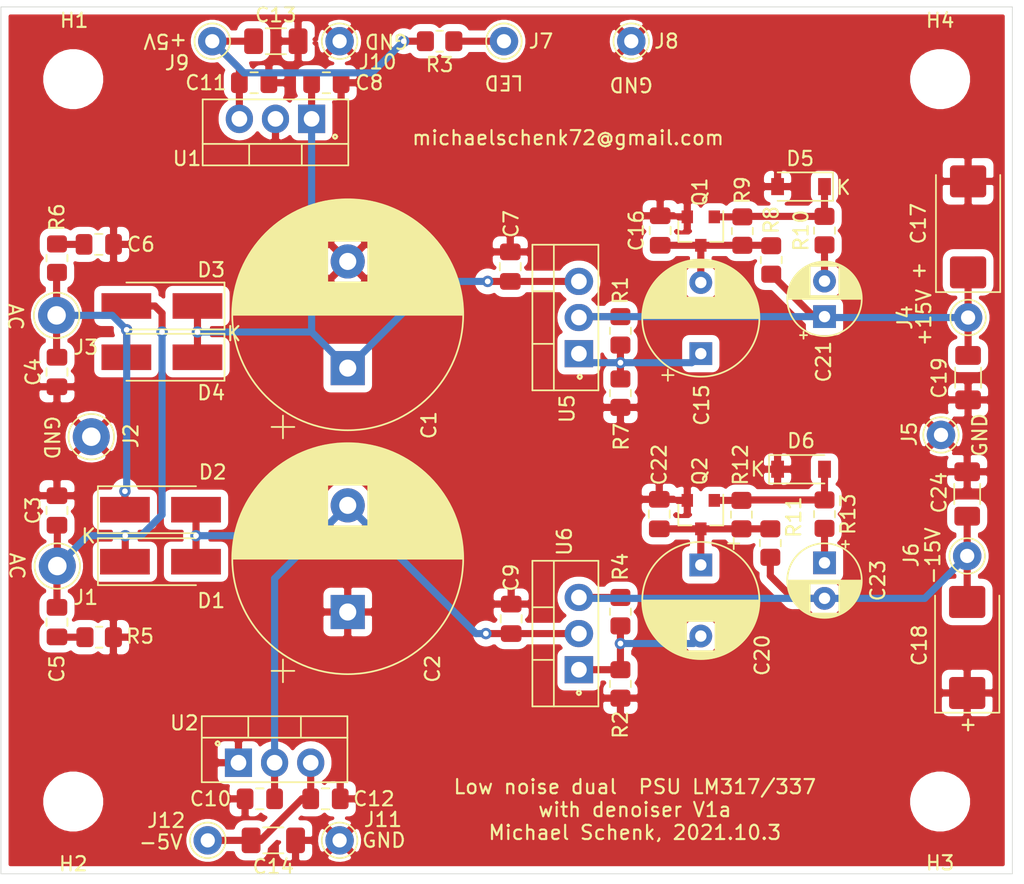
<source format=kicad_pcb>
(kicad_pcb (version 20171130) (host pcbnew "(5.1.10-0-10_14)")
  (layers (0 F.Cu signal) (31 B.Cu signal) (34 B.Paste user) (35 F.Paste user) (36 B.SilkS user) (37 F.SilkS user) (38 B.Mask user) (39 F.Mask user) (44 Edge.Cuts user))
  (net 0 "")
  (net 1 GND)
  (net 2 "Net-(C1-Pad1)")
  (net 3 "Net-(C4-Pad2)")
  (net 4 "Net-(C10-Pad2)")
  (net 5 "Net-(C11-Pad1)")
  (net 6 "Net-(C12-Pad2)")
  (net 7 "Net-(J7-Pad1)")
  (net 8 "Net-(C17-Pad1)")
  (net 9 "Net-(C18-Pad2)")
  (net 10 "Net-(C3-Pad1)")
  (net 11 "Net-(C5-Pad2)")
  (net 12 "Net-(C6-Pad2)")
  (net 13 "Net-(C20-Pad2)")
  (net 14 "Net-(C15-Pad2)")
  (net 15 "Net-(C15-Pad1)")
  (net 16 "Net-(C20-Pad1)")
  (net 17 "Net-(C21-Pad2)")
  (net 18 "Net-(C23-Pad1)")
  (net 19 "Net-(D5-Pad1)")
  (net 20 "Net-(D6-Pad2)")
  (module Connector_Pin:Pin_D1.0mm_L10.0mm (layer F.Cu) (at 148.0185 49.784)
    (fp_text reference J4 (at -4.445 0 90) (layer F.SilkS))
    (fp_text value +15V)
    (pad 1 thru_hole circle (at 0 0) (size 2 2) (drill 1) (layers *.Cu *.Mask) (net 8 "Net-(C17-Pad1)"))
  )
  (module Capacitor_THT:CP_Radial_D5.0mm_P2.50mm (layer F.Cu) (at 137.922 67.0325 270)
    (fp_text reference C23 (at 1.25 -3.75 90) (layer F.SilkS))
    (fp_text value 22uF)
    (pad 2 thru_hole circle (at 2.5 0 270) (size 1.6 1.6) (drill 0.8) (layers *.Cu *.Mask) (net 9 "Net-(C18-Pad2)"))
    (pad 1 thru_hole rect (at 0 0 270) (size 1.6 1.6) (drill 0.8) (layers *.Cu *.Mask) (net 18 "Net-(C23-Pad1)"))
  )
  (module Capacitor_THT:CP_Radial_D5.0mm_P2.50mm (layer F.Cu) (at 137.922 49.7205 90)
    (fp_text reference C21 (at -3.175 -0.0635 90) (layer F.SilkS))
    (fp_text value 22uF)
    (pad 2 thru_hole circle (at 2.5 0 90) (size 1.6 1.6) (drill 0.8) (layers *.Cu *.Mask) (net 17 "Net-(C21-Pad2)"))
    (pad 1 thru_hole rect (at 0 0 90) (size 1.6 1.6) (drill 0.8) (layers *.Cu *.Mask) (net 8 "Net-(C17-Pad1)"))
  )
  (module Resistor_SMD:R_0805_2012Metric_Pad1.20x1.40mm_HandSolder (layer F.Cu) (at 137.922 63.611 270)
    (fp_text reference R13 (at 0 -1.65 90) (layer F.SilkS))
    (fp_text value 47R)
    (pad 2 smd roundrect (at 1 0 270) (size 1.2 1.4) (layers F.Cu F.Paste F.Mask) (roundrect_rratio 0.208333) (net 18 "Net-(C23-Pad1)"))
    (pad 1 smd roundrect (at -1 0 270) (size 1.2 1.4) (layers F.Cu F.Paste F.Mask) (roundrect_rratio 0.208333) (net 20 "Net-(D6-Pad2)"))
  )
  (module Resistor_SMD:R_0805_2012Metric_Pad1.20x1.40mm_HandSolder (layer F.Cu) (at 132.08 63.643 270)
    (fp_text reference R12 (at -3.5085 0.0635 90) (layer F.SilkS))
    (fp_text value 180k)
    (pad 2 smd roundrect (at 1 0 270) (size 1.2 1.4) (layers F.Cu F.Paste F.Mask) (roundrect_rratio 0.208333) (net 16 "Net-(C20-Pad1)"))
    (pad 1 smd roundrect (at -1 0 270) (size 1.2 1.4) (layers F.Cu F.Paste F.Mask) (roundrect_rratio 0.208333) (net 20 "Net-(D6-Pad2)"))
  )
  (module Resistor_SMD:R_0805_2012Metric_Pad1.20x1.40mm_HandSolder (layer F.Cu) (at 134.112 65.643 270)
    (fp_text reference R11 (at -1.8255 -1.651 90) (layer F.SilkS))
    (fp_text value 1.8k)
    (pad 2 smd roundrect (at 1 0 270) (size 1.2 1.4) (layers F.Cu F.Paste F.Mask) (roundrect_rratio 0.208333) (net 9 "Net-(C18-Pad2)"))
    (pad 1 smd roundrect (at -1 0 270) (size 1.2 1.4) (layers F.Cu F.Paste F.Mask) (roundrect_rratio 0.208333) (net 16 "Net-(C20-Pad1)"))
  )
  (module Resistor_SMD:R_0805_2012Metric_Pad1.20x1.40mm_HandSolder (layer F.Cu) (at 137.922 43.672 90)
    (fp_text reference R10 (at 0 -1.65 90) (layer F.SilkS))
    (fp_text value 47R)
    (pad 2 smd roundrect (at 1 0 90) (size 1.2 1.4) (layers F.Cu F.Paste F.Mask) (roundrect_rratio 0.208333) (net 19 "Net-(D5-Pad1)"))
    (pad 1 smd roundrect (at -1 0 90) (size 1.2 1.4) (layers F.Cu F.Paste F.Mask) (roundrect_rratio 0.208333) (net 17 "Net-(C21-Pad2)"))
  )
  (module Resistor_SMD:R_0805_2012Metric_Pad1.20x1.40mm_HandSolder (layer F.Cu) (at 132.1435 43.704 90)
    (fp_text reference R9 (at 2.8735 0 90) (layer F.SilkS))
    (fp_text value 180k)
    (pad 2 smd roundrect (at 1 0 90) (size 1.2 1.4) (layers F.Cu F.Paste F.Mask) (roundrect_rratio 0.208333) (net 19 "Net-(D5-Pad1)"))
    (pad 1 smd roundrect (at -1 0 90) (size 1.2 1.4) (layers F.Cu F.Paste F.Mask) (roundrect_rratio 0.208333) (net 14 "Net-(C15-Pad2)"))
  )
  (module Resistor_SMD:R_0805_2012Metric_Pad1.20x1.40mm_HandSolder (layer F.Cu) (at 134.1755 45.736 90)
    (fp_text reference R8 (at 2.81 0 90) (layer F.SilkS))
    (fp_text value 1.8k)
    (pad 2 smd roundrect (at 1 0 90) (size 1.2 1.4) (layers F.Cu F.Paste F.Mask) (roundrect_rratio 0.208333) (net 14 "Net-(C15-Pad2)"))
    (pad 1 smd roundrect (at -1 0 90) (size 1.2 1.4) (layers F.Cu F.Paste F.Mask) (roundrect_rratio 0.208333) (net 8 "Net-(C17-Pad1)"))
  )
  (module Package_TO_SOT_SMD:SOT-23 (layer F.Cu) (at 129.2225 63.643 270)
    (fp_text reference Q2 (at -3.064 0.0635 90) (layer F.SilkS))
    (fp_text value BC807-40)
    (pad 3 smd rect (at 1 0 270) (size 0.9 0.8) (layers F.Cu F.Paste F.Mask) (net 16 "Net-(C20-Pad1)"))
    (pad 2 smd rect (at -1 0.95 270) (size 0.9 0.8) (layers F.Cu F.Paste F.Mask) (net 1 GND))
    (pad 1 smd rect (at -1 -0.95 270) (size 0.9 0.8) (layers F.Cu F.Paste F.Mask) (net 20 "Net-(D6-Pad2)"))
  )
  (module Package_TO_SOT_SMD:SOT-23 (layer F.Cu) (at 129.2225 43.704 270)
    (fp_text reference Q1 (at -2.7465 0.0635 90) (layer F.SilkS))
    (fp_text value BC817-40)
    (pad 3 smd rect (at 1 0 270) (size 0.9 0.8) (layers F.Cu F.Paste F.Mask) (net 14 "Net-(C15-Pad2)"))
    (pad 2 smd rect (at -1 0.95 270) (size 0.9 0.8) (layers F.Cu F.Paste F.Mask) (net 1 GND))
    (pad 1 smd rect (at -1 -0.95 270) (size 0.9 0.8) (layers F.Cu F.Paste F.Mask) (net 19 "Net-(D5-Pad1)"))
  )
  (module Diode_SMD:D_SOD-123 (layer F.Cu) (at 136.272 60.452)
    (fp_text reference D6 (at 0 -2) (layer F.SilkS))
    (fp_text value 1N4148W)
    (pad 2 smd rect (at 1.65 0) (size 0.9 1.2) (layers F.Cu F.Paste F.Mask) (net 20 "Net-(D6-Pad2)"))
    (pad 1 smd rect (at -1.65 0) (size 0.9 1.2) (layers F.Cu F.Paste F.Mask) (net 1 GND))
  )
  (module Diode_SMD:D_SOD-123 (layer F.Cu) (at 136.272 40.5765 180)
    (fp_text reference D5 (at 0.0645 1.9685) (layer F.SilkS))
    (fp_text value 1N4148W)
    (pad 2 smd rect (at 1.65 0 180) (size 0.9 1.2) (layers F.Cu F.Paste F.Mask) (net 1 GND))
    (pad 1 smd rect (at -1.65 0 180) (size 0.9 1.2) (layers F.Cu F.Paste F.Mask) (net 19 "Net-(D5-Pad1)"))
  )
  (module Capacitor_SMD:C_1206_3216Metric_Pad1.33x1.80mm_HandSolder (layer F.Cu) (at 147.955 62.1915 270)
    (fp_text reference C24 (at -0.0885 1.9685 90) (layer F.SilkS))
    (fp_text value 4.7uF/50V)
    (pad 2 smd roundrect (at 1.5625 0 270) (size 1.325 1.8) (layers F.Cu F.Paste F.Mask) (roundrect_rratio 0.188679) (net 9 "Net-(C18-Pad2)"))
    (pad 1 smd roundrect (at -1.5625 0 270) (size 1.325 1.8) (layers F.Cu F.Paste F.Mask) (roundrect_rratio 0.188679) (net 1 GND))
  )
  (module Capacitor_SMD:C_0805_2012Metric_Pad1.18x1.45mm_HandSolder (layer F.Cu) (at 126.3015 63.6055 270)
    (fp_text reference C22 (at -3.471 0 90) (layer F.SilkS))
    (fp_text value 10nF)
    (pad 2 smd roundrect (at 1.0375 0 270) (size 1.175 1.45) (layers F.Cu F.Paste F.Mask) (roundrect_rratio 0.212766) (net 16 "Net-(C20-Pad1)"))
    (pad 1 smd roundrect (at -1.0375 0 270) (size 1.175 1.45) (layers F.Cu F.Paste F.Mask) (roundrect_rratio 0.212766) (net 1 GND))
  )
  (module Capacitor_THT:CP_Radial_D8.0mm_P5.00mm (layer F.Cu) (at 129.2225 67.183 270)
    (fp_text reference C20 (at 6.35 -4.318 90) (layer F.SilkS))
    (fp_text value 220uF)
    (pad 2 thru_hole circle (at 5 0 270) (size 1.6 1.6) (drill 0.8) (layers *.Cu *.Mask) (net 13 "Net-(C20-Pad2)"))
    (pad 1 thru_hole rect (at 0 0 270) (size 1.6 1.6) (drill 0.8) (layers *.Cu *.Mask) (net 16 "Net-(C20-Pad1)"))
  )
  (module Capacitor_SMD:C_0805_2012Metric_Pad1.18x1.45mm_HandSolder (layer F.Cu) (at 126.365 43.6665 90)
    (fp_text reference C16 (at 0 -1.68 90) (layer F.SilkS))
    (fp_text value 10nF)
    (pad 2 smd roundrect (at 1.0375 0 90) (size 1.175 1.45) (layers F.Cu F.Paste F.Mask) (roundrect_rratio 0.212766) (net 1 GND))
    (pad 1 smd roundrect (at -1.0375 0 90) (size 1.175 1.45) (layers F.Cu F.Paste F.Mask) (roundrect_rratio 0.212766) (net 14 "Net-(C15-Pad2)"))
  )
  (module Capacitor_THT:CP_Radial_D8.0mm_P5.00mm (layer F.Cu) (at 129.2225 52.324 90)
    (fp_text reference C15 (at -3.6195 0.0635 90) (layer F.SilkS))
    (fp_text value 220uF)
    (pad 2 thru_hole circle (at 5 0 90) (size 1.6 1.6) (drill 0.8) (layers *.Cu *.Mask) (net 14 "Net-(C15-Pad2)"))
    (pad 1 thru_hole rect (at 0 0 90) (size 1.6 1.6) (drill 0.8) (layers *.Cu *.Mask) (net 15 "Net-(C15-Pad1)"))
  )
  (module Connector_Pin:Pin_D1.0mm_L10.0mm (layer F.Cu) (at 94.5515 86.5505)
    (fp_text reference J12 (at -2.921 -1.397) (layer F.SilkS))
    (fp_text value -5V)
    (pad 1 thru_hole circle (at 0 0) (size 2 2) (drill 1) (layers *.Cu *.Mask) (net 6 "Net-(C12-Pad2)"))
  )
  (module Connector_Pin:Pin_D1.0mm_L10.0mm (layer F.Cu) (at 103.8225 86.5505)
    (fp_text reference J11 (at 3.048 -1.4605) (layer F.SilkS))
    (fp_text value GND)
    (pad 1 thru_hole circle (at 0 0) (size 2 2) (drill 1) (layers *.Cu *.Mask) (net 1 GND))
  )
  (module Connector_Pin:Pin_D1.0mm_L10.0mm (layer F.Cu) (at 103.8225 30.353)
    (fp_text reference J10 (at 2.667 1.4605) (layer F.SilkS))
    (fp_text value GND)
    (pad 1 thru_hole circle (at 0 0) (size 2 2) (drill 1) (layers *.Cu *.Mask) (net 1 GND))
  )
  (module Connector_Pin:Pin_D1.0mm_L10.0mm (layer F.Cu) (at 94.869 30.353)
    (fp_text reference J9 (at -2.4765 1.524) (layer F.SilkS))
    (fp_text value +5V)
    (pad 1 thru_hole circle (at 0 0) (size 2 2) (drill 1) (layers *.Cu *.Mask) (net 5 "Net-(C11-Pad1)"))
  )
  (module Connector_Pin:Pin_D1.0mm_L10.0mm (layer F.Cu) (at 124.333 30.353)
    (fp_text reference J8 (at 2.4765 0) (layer F.SilkS))
    (fp_text value GND)
    (pad 1 thru_hole circle (at 0 0) (size 2 2) (drill 1) (layers *.Cu *.Mask) (net 1 GND))
  )
  (module Connector_Pin:Pin_D1.0mm_L10.0mm (layer F.Cu) (at 115.3795 30.353)
    (fp_text reference J7 (at 2.6035 0 180) (layer F.SilkS))
    (fp_text value LED)
    (pad 1 thru_hole circle (at 0 0) (size 2 2) (drill 1) (layers *.Cu *.Mask) (net 7 "Net-(J7-Pad1)"))
  )
  (module Connector_Pin:Pin_D1.0mm_L10.0mm (layer F.Cu) (at 147.955 66.548)
    (fp_text reference J6 (at -3.937 -0.0635 90) (layer F.SilkS))
    (fp_text value -15V)
    (pad 1 thru_hole circle (at 0 0) (size 2 2) (drill 1) (layers *.Cu *.Mask) (net 9 "Net-(C18-Pad2)"))
  )
  (module Connector_Pin:Pin_D1.0mm_L10.0mm (layer F.Cu) (at 146.1135 58.039)
    (fp_text reference J5 (at -2.2225 -0.0635 90) (layer F.SilkS))
    (fp_text value GND)
    (pad 1 thru_hole circle (at 0 0) (size 2 2) (drill 1) (layers *.Cu *.Mask) (net 1 GND))
  )
  (module Resistor_SMD:R_0805_2012Metric_Pad1.20x1.40mm_HandSolder (layer F.Cu) (at 123.571 70.469 90)
    (fp_text reference R4 (at 3.159 0 90) (layer F.SilkS))
    (fp_text value 270R)
    (pad 2 smd roundrect (at 1 0 90) (size 1.2 1.4) (layers F.Cu F.Paste F.Mask) (roundrect_rratio 0.2083325) (net 9 "Net-(C18-Pad2)"))
    (pad 1 smd roundrect (at -1 0 90) (size 1.2 1.4) (layers F.Cu F.Paste F.Mask) (roundrect_rratio 0.2083325) (net 13 "Net-(C20-Pad2)"))
  )
  (module Resistor_SMD:R_0805_2012Metric_Pad1.20x1.40mm_HandSolder (layer F.Cu) (at 123.571 75.549 90)
    (fp_text reference R2 (at -2.8735 0 90) (layer F.SilkS))
    (fp_text value 3k3)
    (pad 2 smd roundrect (at 1 0 90) (size 1.2 1.4) (layers F.Cu F.Paste F.Mask) (roundrect_rratio 0.2083325) (net 13 "Net-(C20-Pad2)"))
    (pad 1 smd roundrect (at -1 0 90) (size 1.2 1.4) (layers F.Cu F.Paste F.Mask) (roundrect_rratio 0.2083325) (net 1 GND))
  )
  (module Package_TO_SOT_THT:TO-220-3_Vertical (layer F.Cu) (at 120.65 74.549 90)
    (fp_text reference U6 (at 9.017 -1.016 90) (layer F.SilkS))
    (fp_text value LM337_TO220)
    (pad 3 thru_hole oval (at 5.08 0 90) (size 1.905 2) (drill 1.1) (layers *.Cu *.Mask) (net 9 "Net-(C18-Pad2)"))
    (pad 2 thru_hole oval (at 2.54 0 90) (size 1.905 2) (drill 1.1) (layers *.Cu *.Mask) (net 4 "Net-(C10-Pad2)"))
    (pad 1 thru_hole rect (at 0 0 90) (size 1.905 2) (drill 1.1) (layers *.Cu *.Mask) (net 13 "Net-(C20-Pad2)"))
  )
  (module Package_TO_SOT_THT:TO-220-3_Vertical (layer F.Cu) (at 120.65 52.324 90)
    (fp_text reference U5 (at -3.8735 -0.8255 90) (layer F.SilkS))
    (fp_text value LM317_TO-220)
    (pad 3 thru_hole oval (at 5.08 0 90) (size 1.905 2) (drill 1.1) (layers *.Cu *.Mask) (net 2 "Net-(C1-Pad1)"))
    (pad 2 thru_hole oval (at 2.54 0 90) (size 1.905 2) (drill 1.1) (layers *.Cu *.Mask) (net 8 "Net-(C17-Pad1)"))
    (pad 1 thru_hole rect (at 0 0 90) (size 1.905 2) (drill 1.1) (layers *.Cu *.Mask) (net 15 "Net-(C15-Pad1)"))
  )
  (module Resistor_SMD:R_0805_2012Metric_Pad1.20x1.40mm_HandSolder (layer F.Cu) (at 123.571 55.102 270)
    (fp_text reference R7 (at 3.064 -0.0635 90) (layer F.SilkS))
    (fp_text value 2k7)
    (pad 2 smd roundrect (at 1 0 270) (size 1.2 1.4) (layers F.Cu F.Paste F.Mask) (roundrect_rratio 0.2083325) (net 1 GND))
    (pad 1 smd roundrect (at -1 0 270) (size 1.2 1.4) (layers F.Cu F.Paste F.Mask) (roundrect_rratio 0.2083325) (net 15 "Net-(C15-Pad1)"))
  )
  (module Resistor_SMD:R_0805_2012Metric_Pad1.20x1.40mm_HandSolder (layer F.Cu) (at 123.571 50.7205 270)
    (fp_text reference R1 (at -2.8415 0 90) (layer F.SilkS))
    (fp_text value 240R)
    (pad 2 smd roundrect (at 1 0 270) (size 1.2 1.4) (layers F.Cu F.Paste F.Mask) (roundrect_rratio 0.2083325) (net 15 "Net-(C15-Pad1)"))
    (pad 1 smd roundrect (at -1 0 270) (size 1.2 1.4) (layers F.Cu F.Paste F.Mask) (roundrect_rratio 0.2083325) (net 8 "Net-(C17-Pad1)"))
  )
  (module Capacitor_SMD:C_1206_3216Metric_Pad1.33x1.80mm_HandSolder (layer F.Cu) (at 99.162 86.5505 180)
    (fp_text reference C14 (at 0 -1.85) (layer F.SilkS))
    (fp_text value 10uF/25V)
    (pad 2 smd roundrect (at 1.5625 0 180) (size 1.325 1.8) (layers F.Cu F.Paste F.Mask) (roundrect_rratio 0.1886777358490566) (net 6 "Net-(C12-Pad2)"))
    (pad 1 smd roundrect (at -1.5625 0 180) (size 1.325 1.8) (layers F.Cu F.Paste F.Mask) (roundrect_rratio 0.1886777358490566) (net 1 GND))
  )
  (module Capacitor_SMD:C_1206_3216Metric_Pad1.33x1.80mm_HandSolder (layer F.Cu) (at 99.339 30.353)
    (fp_text reference C13 (at 0 -1.85) (layer F.SilkS))
    (fp_text value 10uF/25V)
    (pad 2 smd roundrect (at 1.5625 0) (size 1.325 1.8) (layers F.Cu F.Paste F.Mask) (roundrect_rratio 0.1886777358490566) (net 1 GND))
    (pad 1 smd roundrect (at -1.5625 0) (size 1.325 1.8) (layers F.Cu F.Paste F.Mask) (roundrect_rratio 0.1886777358490566) (net 5 "Net-(C11-Pad1)"))
  )
  (module Capacitor_SMD:C_0805_2012Metric_Pad1.18x1.45mm_HandSolder (layer F.Cu) (at 97.8115 33.274)
    (fp_text reference C11 (at -3.387 0) (layer F.SilkS))
    (fp_text value 100nF)
    (pad 2 smd roundrect (at 1.0375 0) (size 1.175 1.45) (layers F.Cu F.Paste F.Mask) (roundrect_rratio 0.2127659574468085) (net 1 GND))
    (pad 1 smd roundrect (at -1.0375 0) (size 1.175 1.45) (layers F.Cu F.Paste F.Mask) (roundrect_rratio 0.2127659574468085) (net 5 "Net-(C11-Pad1)"))
  )
  (module Resistor_SMD:R_0805_2012Metric_Pad1.20x1.40mm_HandSolder (layer F.Cu) (at 83.947 45.609 270)
    (fp_text reference R6 (at -2.8735 0 90) (layer F.SilkS))
    (fp_text value Rs/1/8W)
    (pad 2 smd roundrect (at 1 0 270) (size 1.2 1.4) (layers F.Cu F.Paste F.Mask) (roundrect_rratio 0.2083325) (net 3 "Net-(C4-Pad2)"))
    (pad 1 smd roundrect (at -1 0 270) (size 1.2 1.4) (layers F.Cu F.Paste F.Mask) (roundrect_rratio 0.2083325) (net 12 "Net-(C6-Pad2)"))
  )
  (module Resistor_SMD:R_0805_2012Metric_Pad1.20x1.40mm_HandSolder (layer F.Cu) (at 86.9155 72.263)
    (fp_text reference R5 (at 2.8735 -0.0635) (layer F.SilkS))
    (fp_text value Rs/1/8W)
    (pad 2 smd roundrect (at 1 0) (size 1.2 1.4) (layers F.Cu F.Paste F.Mask) (roundrect_rratio 0.2083325) (net 1 GND))
    (pad 1 smd roundrect (at -1 0) (size 1.2 1.4) (layers F.Cu F.Paste F.Mask) (roundrect_rratio 0.2083325) (net 11 "Net-(C5-Pad2)"))
  )
  (module Capacitor_SMD:C_1206_3216Metric_Pad1.33x1.80mm_HandSolder (layer F.Cu) (at 148.0185 54.0135 270)
    (fp_text reference C19 (at 0.025 2.032 90) (layer F.SilkS))
    (fp_text value 4.7uF/50V)
    (pad 2 smd roundrect (at 1.5625 0 270) (size 1.325 1.8) (layers F.Cu F.Paste F.Mask) (roundrect_rratio 0.1886777358490566) (net 1 GND))
    (pad 1 smd roundrect (at -1.5625 0 270) (size 1.325 1.8) (layers F.Cu F.Paste F.Mask) (roundrect_rratio 0.1886777358490566) (net 8 "Net-(C17-Pad1)"))
  )
  (module Capacitor_SMD:C_0805_2012Metric_Pad1.18x1.45mm_HandSolder (layer F.Cu) (at 115.8875 70.9715 270)
    (fp_text reference C9 (at -2.8995 0 90) (layer F.SilkS))
    (fp_text value 330nF)
    (pad 2 smd roundrect (at 1.0375 0 270) (size 1.175 1.45) (layers F.Cu F.Paste F.Mask) (roundrect_rratio 0.2127659574468085) (net 4 "Net-(C10-Pad2)"))
    (pad 1 smd roundrect (at -1.0375 0 270) (size 1.175 1.45) (layers F.Cu F.Paste F.Mask) (roundrect_rratio 0.2127659574468085) (net 1 GND))
  )
  (module Capacitor_SMD:C_0805_2012Metric_Pad1.18x1.45mm_HandSolder (layer F.Cu) (at 115.824 46.2065 90)
    (fp_text reference C7 (at 3.006 0.0635 90) (layer F.SilkS))
    (fp_text value 330nF)
    (pad 2 smd roundrect (at 1.0375 0 90) (size 1.175 1.45) (layers F.Cu F.Paste F.Mask) (roundrect_rratio 0.2127659574468085) (net 1 GND))
    (pad 1 smd roundrect (at -1.0375 0 90) (size 1.175 1.45) (layers F.Cu F.Paste F.Mask) (roundrect_rratio 0.2127659574468085) (net 2 "Net-(C1-Pad1)"))
  )
  (module Capacitor_SMD:C_0805_2012Metric_Pad1.18x1.45mm_HandSolder (layer F.Cu) (at 86.8895 44.6405 180)
    (fp_text reference C6 (at -2.963 0) (layer F.SilkS))
    (fp_text value Cs/50V)
    (pad 2 smd roundrect (at 1.0375 0 180) (size 1.175 1.45) (layers F.Cu F.Paste F.Mask) (roundrect_rratio 0.2127659574468085) (net 12 "Net-(C6-Pad2)"))
    (pad 1 smd roundrect (at -1.0375 0 180) (size 1.175 1.45) (layers F.Cu F.Paste F.Mask) (roundrect_rratio 0.2127659574468085) (net 1 GND))
  )
  (module Capacitor_SMD:C_0805_2012Metric_Pad1.18x1.45mm_HandSolder (layer F.Cu) (at 83.947 71.205 270)
    (fp_text reference C5 (at 3.2805 0 90) (layer F.SilkS))
    (fp_text value Cs/50V)
    (pad 2 smd roundrect (at 1.0375 0 270) (size 1.175 1.45) (layers F.Cu F.Paste F.Mask) (roundrect_rratio 0.2127659574468085) (net 11 "Net-(C5-Pad2)"))
    (pad 1 smd roundrect (at -1.0375 0 270) (size 1.175 1.45) (layers F.Cu F.Paste F.Mask) (roundrect_rratio 0.2127659574468085) (net 10 "Net-(C3-Pad1)"))
  )
  (module Capacitor_SMD:C_0805_2012Metric_Pad1.18x1.45mm_HandSolder (layer F.Cu) (at 83.947 53.6155 90)
    (fp_text reference C4 (at 0 -1.68 90) (layer F.SilkS))
    (fp_text value Cx/10nF/50V)
    (pad 2 smd roundrect (at 1.0375 0 90) (size 1.175 1.45) (layers F.Cu F.Paste F.Mask) (roundrect_rratio 0.2127659574468085) (net 3 "Net-(C4-Pad2)"))
    (pad 1 smd roundrect (at -1.0375 0 90) (size 1.175 1.45) (layers F.Cu F.Paste F.Mask) (roundrect_rratio 0.2127659574468085) (net 1 GND))
  )
  (module Capacitor_SMD:C_0805_2012Metric_Pad1.18x1.45mm_HandSolder (layer F.Cu) (at 83.947 63.3515 90)
    (fp_text reference C3 (at 0 -1.68 90) (layer F.SilkS))
    (fp_text value Cx/10nF/50V)
    (pad 2 smd roundrect (at 1.0375 0 90) (size 1.175 1.45) (layers F.Cu F.Paste F.Mask) (roundrect_rratio 0.2127659574468085) (net 1 GND))
    (pad 1 smd roundrect (at -1.0375 0 90) (size 1.175 1.45) (layers F.Cu F.Paste F.Mask) (roundrect_rratio 0.2127659574468085) (net 10 "Net-(C3-Pad1)"))
  )
  (module Capacitor_Tantalum_SMD:CP_EIA-7343-31_Kemet-D_Pad2.25x2.55mm_HandSolder (layer F.Cu) (at 147.955 72.9865 90)
    (fp_text reference C18 (at 0.152 -3.3655 90) (layer F.SilkS))
    (fp_text value 33uF)
    (pad 2 smd roundrect (at 3.2 0 90) (size 2.25 2.55) (layers F.Cu F.Paste F.Mask) (roundrect_rratio 0.1111106666666667) (net 9 "Net-(C18-Pad2)"))
    (pad 1 smd roundrect (at -3.2 0 90) (size 2.25 2.55) (layers F.Cu F.Paste F.Mask) (roundrect_rratio 0.1111106666666667) (net 1 GND))
  )
  (module Capacitor_Tantalum_SMD:CP_EIA-7343-31_Kemet-D_Pad2.25x2.55mm_HandSolder (layer F.Cu) (at 148.0185 43.409 90)
    (fp_text reference C17 (at 0.229 -3.4925 90) (layer F.SilkS))
    (fp_text value 33uF)
    (pad 2 smd roundrect (at 3.2 0 90) (size 2.25 2.55) (layers F.Cu F.Paste F.Mask) (roundrect_rratio 0.1111106666666667) (net 1 GND))
    (pad 1 smd roundrect (at -3.2 0 90) (size 2.25 2.55) (layers F.Cu F.Paste F.Mask) (roundrect_rratio 0.1111106666666667) (net 8 "Net-(C17-Pad1)"))
  )
  (module Package_TO_SOT_THT:TO-220-3_Vertical (layer F.Cu) (at 96.7105 81.0895)
    (fp_text reference U2 (at -3.81 -2.794) (layer F.SilkS))
    (fp_text value LM7905_TO220)
    (pad 3 thru_hole oval (at 5.08 0) (size 1.905 2) (drill 1.1) (layers *.Cu *.Mask) (net 6 "Net-(C12-Pad2)"))
    (pad 2 thru_hole oval (at 2.54 0) (size 1.905 2) (drill 1.1) (layers *.Cu *.Mask) (net 4 "Net-(C10-Pad2)"))
    (pad 1 thru_hole rect (at 0 0) (size 1.905 2) (drill 1.1) (layers *.Cu *.Mask) (net 1 GND))
  )
  (module Package_TO_SOT_THT:TO-220-3_Vertical (layer F.Cu) (at 101.854 35.814 180)
    (fp_text reference U1 (at 8.763 -2.794) (layer F.SilkS))
    (fp_text value LM7805_TO220)
    (pad 3 thru_hole oval (at 5.08 0 180) (size 1.905 2) (drill 1.1) (layers *.Cu *.Mask) (net 5 "Net-(C11-Pad1)"))
    (pad 2 thru_hole oval (at 2.54 0 180) (size 1.905 2) (drill 1.1) (layers *.Cu *.Mask) (net 1 GND))
    (pad 1 thru_hole rect (at 0 0 180) (size 1.905 2) (drill 1.1) (layers *.Cu *.Mask) (net 2 "Net-(C1-Pad1)"))
  )
  (module Diode_SMD:D_SMA_Handsoldering (layer F.Cu) (at 91.3276 52.578 180)
    (fp_text reference D4 (at -3.4652 -2.5) (layer F.SilkS))
    (fp_text value BYG20D)
    (pad 2 smd rect (at 2.5 0 180) (size 3.5 1.8) (layers F.Cu F.Paste F.Mask) (net 3 "Net-(C4-Pad2)"))
    (pad 1 smd rect (at -2.5 0 180) (size 3.5 1.8) (layers F.Cu F.Paste F.Mask) (net 2 "Net-(C1-Pad1)"))
  )
  (module Diode_SMD:D_SMA_Handsoldering (layer F.Cu) (at 91.3276 48.9712 180)
    (fp_text reference D3 (at -3.4652 2.54) (layer F.SilkS))
    (fp_text value BYG20D)
    (pad 2 smd rect (at 2.5 0 180) (size 3.5 1.8) (layers F.Cu F.Paste F.Mask) (net 10 "Net-(C3-Pad1)"))
    (pad 1 smd rect (at -2.5 0 180) (size 3.5 1.8) (layers F.Cu F.Paste F.Mask) (net 2 "Net-(C1-Pad1)"))
  )
  (module Diode_SMD:D_SMA_Handsoldering (layer F.Cu) (at 91.226 63.2968)
    (fp_text reference D2 (at 3.6684 -2.6416) (layer F.SilkS))
    (fp_text value BYG20D)
    (pad 2 smd rect (at 2.5 0) (size 3.5 1.8) (layers F.Cu F.Paste F.Mask) (net 4 "Net-(C10-Pad2)"))
    (pad 1 smd rect (at -2.5 0) (size 3.5 1.8) (layers F.Cu F.Paste F.Mask) (net 3 "Net-(C4-Pad2)"))
  )
  (module Diode_SMD:D_SMA_Handsoldering (layer F.Cu) (at 91.226 66.9544)
    (fp_text reference D1 (at 3.5668 2.7432) (layer F.SilkS))
    (fp_text value BYG20D)
    (pad 2 smd rect (at 2.5 0) (size 3.5 1.8) (layers F.Cu F.Paste F.Mask) (net 4 "Net-(C10-Pad2)"))
    (pad 1 smd rect (at -2.5 0) (size 3.5 1.8) (layers F.Cu F.Paste F.Mask) (net 10 "Net-(C3-Pad1)"))
  )
  (module Capacitor_THT:CP_Radial_D16.0mm_P7.50mm (layer F.Cu) (at 104.394 70.492 90)
    (fp_text reference C2 (at -3.9935 5.969 90) (layer F.SilkS))
    (fp_text value 2200uF)
    (pad 2 thru_hole circle (at 7.5 0 90) (size 2.4 2.4) (drill 1.2) (layers *.Cu *.Mask) (net 4 "Net-(C10-Pad2)"))
    (pad 1 thru_hole rect (at 0 0 90) (size 2.4 2.4) (drill 1.2) (layers *.Cu *.Mask) (net 1 GND))
  )
  (module Capacitor_THT:CP_Radial_D16.0mm_P7.50mm (layer F.Cu) (at 104.394 53.34 90)
    (fp_text reference C1 (at -4.0132 5.715 90) (layer F.SilkS))
    (fp_text value 2200uF)
    (pad 2 thru_hole circle (at 7.5 0 90) (size 2.4 2.4) (drill 1.2) (layers *.Cu *.Mask) (net 1 GND))
    (pad 1 thru_hole rect (at 0 0 90) (size 2.4 2.4) (drill 1.2) (layers *.Cu *.Mask) (net 2 "Net-(C1-Pad1)"))
  )
  (module Resistor_SMD:R_0805_2012Metric_Pad1.20x1.40mm_HandSolder (layer F.Cu) (at 110.855 30.353 180)
    (fp_text reference R3 (at 0 -1.65) (layer F.SilkS))
    (fp_text value 240R)
    (pad 2 smd roundrect (at 1 0 180) (size 1.2 1.4) (layers F.Cu F.Paste F.Mask) (roundrect_rratio 0.2083325) (net 5 "Net-(C11-Pad1)"))
    (pad 1 smd roundrect (at -1 0 180) (size 1.2 1.4) (layers F.Cu F.Paste F.Mask) (roundrect_rratio 0.2083325) (net 7 "Net-(J7-Pad1)"))
  )
  (module Capacitor_SMD:C_0805_2012Metric_Pad1.18x1.45mm_HandSolder (layer F.Cu) (at 102.828 83.6295 180)
    (fp_text reference C12 (at -3.4075 0) (layer F.SilkS))
    (fp_text value 100nF)
    (pad 2 smd roundrect (at 1.0375 0 180) (size 1.175 1.45) (layers F.Cu F.Paste F.Mask) (roundrect_rratio 0.2127659574468085) (net 6 "Net-(C12-Pad2)"))
    (pad 1 smd roundrect (at -1.0375 0 180) (size 1.175 1.45) (layers F.Cu F.Paste F.Mask) (roundrect_rratio 0.2127659574468085) (net 1 GND))
  )
  (module Capacitor_SMD:C_0805_2012Metric_Pad1.18x1.45mm_HandSolder (layer F.Cu) (at 98.213 83.6295)
    (fp_text reference C10 (at -3.471 0) (layer F.SilkS))
    (fp_text value 330nF)
    (pad 2 smd roundrect (at 1.0375 0) (size 1.175 1.45) (layers F.Cu F.Paste F.Mask) (roundrect_rratio 0.2127659574468085) (net 4 "Net-(C10-Pad2)"))
    (pad 1 smd roundrect (at -1.0375 0) (size 1.175 1.45) (layers F.Cu F.Paste F.Mask) (roundrect_rratio 0.2127659574468085) (net 1 GND))
  )
  (module Capacitor_SMD:C_0805_2012Metric_Pad1.18x1.45mm_HandSolder (layer F.Cu) (at 102.8915 33.274)
    (fp_text reference C8 (at 3.0265 0) (layer F.SilkS))
    (fp_text value 330nF)
    (pad 2 smd roundrect (at 1.0375 0) (size 1.175 1.45) (layers F.Cu F.Paste F.Mask) (roundrect_rratio 0.2127659574468085) (net 1 GND))
    (pad 1 smd roundrect (at -1.0375 0) (size 1.175 1.45) (layers F.Cu F.Paste F.Mask) (roundrect_rratio 0.2127659574468085) (net 2 "Net-(C1-Pad1)"))
  )
  (module Connector_Pin:Pin_D1.3mm_L11.0mm (layer F.Cu) (at 83.9216 49.6316)
    (fp_text reference J3 (at 2.0574 2.2479 180) (layer F.SilkS))
    (fp_text value AC)
    (pad 1 thru_hole circle (at 0 0) (size 2.6 2.6) (drill 1.3) (layers *.Cu *.Mask) (net 3 "Net-(C4-Pad2)"))
  )
  (module Connector_Pin:Pin_D1.3mm_L11.0mm (layer F.Cu) (at 86.36 58.166)
    (fp_text reference J2 (at 2.794 -0.0635 270) (layer F.SilkS))
    (fp_text value GND)
    (pad 1 thru_hole circle (at 0 0) (size 2.6 2.6) (drill 1.3) (layers *.Cu *.Mask) (net 1 GND))
  )
  (module Connector_Pin:Pin_D1.3mm_L11.0mm (layer F.Cu) (at 83.9724 67.2592)
    (fp_text reference J1 (at 2.0066 2.2098) (layer F.SilkS))
    (fp_text value AC)
    (pad 1 thru_hole circle (at 0 0) (size 2.6 2.6) (drill 1.3) (layers *.Cu *.Mask) (net 10 "Net-(C3-Pad1)"))
  )
  (module MountingHole:MountingHole_3.2mm_M3 (layer F.Cu) (at 146.05 33.02)
    (fp_text reference H4 (at 0 -4.1275) (layer F.SilkS))
    (fp_text value MountingHole)
    (pad 1 np_thru_hole circle (at 0 0) (size 3.2 3.2) (drill 3.2) (layers *.Cu *.Mask))
  )
  (module MountingHole:MountingHole_3.2mm_M3 (layer F.Cu) (at 146.05 83.82)
    (fp_text reference H3 (at 0 4.318) (layer F.SilkS))
    (fp_text value MountingHole)
    (pad 1 np_thru_hole circle (at 0 0) (size 3.2 3.2) (drill 3.2) (layers *.Cu *.Mask))
  )
  (module MountingHole:MountingHole_3.2mm_M3 (layer F.Cu) (at 85.09 83.82)
    (fp_text reference H2 (at 0 4.3815) (layer F.SilkS))
    (fp_text value MountingHole)
    (pad 1 np_thru_hole circle (at 0 0) (size 3.2 3.2) (drill 3.2) (layers *.Cu *.Mask))
  )
  (module MountingHole:MountingHole_3.2mm_M3 (layer F.Cu) (at 85.09 33.02)
    (fp_text reference H1 (at 0.0635 -4.1275) (layer F.SilkS))
    (fp_text value MountingHole)
    (pad 1 np_thru_hole circle (at 0 0) (size 3.2 3.2) (drill 3.2) (layers *.Cu *.Mask))
  )
  (gr_text K (at 139.2555 40.64) (layer F.SilkS) (effects (font (size 1 1))))
  (gr_text K (at 133.223 60.452) (layer F.SilkS) (effects (font (size 1 1))))
  (gr_text ° (at 95.25 80.137) (layer F.SilkS) (effects (font (size 1 1))))
  (gr_text ° (at 103.505 37.465) (layer F.SilkS) (effects (font (size 1 1))))
  (gr_text ° (at 120.65 76.581) (layer F.SilkS) (effects (font (size 1 1))))
  (gr_text ° (at 120.7135 54.356) (layer F.SilkS) (effects (font (size 1 1))))
  (gr_text + (at 148.0185 78.359) (layer F.SilkS) (effects (font (size 1 1))))
  (gr_text + (at 144.5895 46.4185) (layer F.SilkS) (effects (font (size 1 1))))
  (gr_text K (at 86.1695 65.151) (layer F.SilkS) (effects (font (size 1 1))))
  (gr_text K (at 96.393 50.927) (layer F.SilkS) (effects (font (size 1 1))))
  (gr_text "Low noise dual  PSU LM317/337\nwith denoiser V1a\nMichael Schenk, 2021.10.3" (at 124.587 84.3915) (layer F.SilkS) (effects (font (size 1 1))))
  (gr_text GND (at 107.1245 30.353 180) (layer F.SilkS) (effects (font (size 1 1))))
  (gr_text +5V (at 91.567 30.353 180) (layer F.SilkS) (effects (font (size 1 1))))
  (gr_text -5V (at 91.2495 86.6775) (layer F.SilkS) (effects (font (size 1 1))))
  (gr_text GND (at 106.934 86.5505) (layer F.SilkS) (effects (font (size 1 1))))
  (gr_text GND (at 124.333 33.401 180) (layer F.SilkS) (effects (font (size 1 1))))
  (gr_text LED (at 115.3795 33.274 180) (layer F.SilkS) (effects (font (size 1 1))))
  (gr_line (start 80.01 27.94) (end 80.01 88.9) (layer Edge.Cuts) (width 0.05))
  (gr_line (start 151.13 27.94) (end 80.01 27.94) (layer Edge.Cuts) (width 0.05))
  (gr_line (start 151.13 88.9) (end 151.13 27.94) (layer Edge.Cuts) (width 0.05))
  (gr_line (start 80.01 88.9) (end 151.13 88.9) (layer Edge.Cuts) (width 0.05))
  (gr_text michaelschenk72@gmail.com (at 119.888 37.1475) (layer F.SilkS) (effects (font (size 1 1))))
  (gr_text GND (at 83.566 58.2295 270) (layer F.SilkS) (effects (font (size 1 1))))
  (gr_text AC (at 81.1276 67.2592 270) (layer F.SilkS) (effects (font (size 1 1))))
  (gr_text AC (at 81.026 49.7332 270) (layer F.SilkS) (effects (font (size 1 1))))
  (gr_text -15V (at 145.542 66.548 90) (layer F.SilkS) (effects (font (size 1 1))))
  (gr_text GND (at 148.844 58.039 90) (layer F.SilkS) (effects (font (size 1 1))))
  (gr_text +15V (at 144.907 49.784 90) (layer F.SilkS) (effects (font (size 1 1))))
  (segment (start 93.8276 52.244) (end 93.7984 52.2732) (width 0.5) (layer F.Cu) (net 2))
  (via (at 93.8276 50.8) (size 0.8) (drill 0.4) (layers F.Cu B.Cu) (net 2))
  (segment (start 93.8276 50.8) (end 93.8276 48.9712) (width 0.5) (layer F.Cu) (net 2))
  (segment (start 93.8276 50.8) (end 93.8276 52.578) (width 0.5) (layer F.Cu) (net 2))
  (segment (start 101.854 35.814) (end 101.854 33.274) (width 0.5) (layer F.Cu) (net 2))
  (segment (start 101.854 50.8) (end 104.394 53.34) (width 0.5) (layer B.Cu) (net 2))
  (segment (start 93.8276 50.8) (end 101.854 50.8) (width 0.5) (layer B.Cu) (net 2))
  (segment (start 101.854 35.814) (end 101.854 50.8) (width 0.5) (layer B.Cu) (net 2))
  (via (at 114.2365 47.244) (size 0.8) (drill 0.4) (layers F.Cu B.Cu) (net 2))
  (segment (start 115.824 47.244) (end 114.2365 47.244) (width 0.5) (layer F.Cu) (net 2))
  (segment (start 110.49 47.244) (end 104.394 53.34) (width 0.5) (layer B.Cu) (net 2))
  (segment (start 114.2365 47.244) (end 110.49 47.244) (width 0.5) (layer B.Cu) (net 2))
  (segment (start 115.824 47.244) (end 120.65 47.244) (width 0.5) (layer F.Cu) (net 2))
  (segment (start 88.726 63.2968) (end 88.726 61.9976) (width 0.5) (layer F.Cu) (net 3))
  (segment (start 87.8332 49.6316) (end 88.8492 50.6476) (width 0.5) (layer B.Cu) (net 3))
  (via (at 88.8492 50.6476) (size 0.8) (drill 0.4) (layers F.Cu B.Cu) (net 3))
  (segment (start 83.9216 49.6316) (end 87.8332 49.6316) (width 0.5) (layer B.Cu) (net 3))
  (segment (start 88.8492 52.5564) (end 88.8276 52.578) (width 0.5) (layer F.Cu) (net 3))
  (segment (start 88.8492 50.6476) (end 88.8492 52.5564) (width 0.5) (layer F.Cu) (net 3))
  (via (at 88.726 61.9976) (size 0.8) (drill 0.4) (layers F.Cu B.Cu) (net 3))
  (segment (start 88.8492 61.8744) (end 88.726 61.9976) (width 0.5) (layer B.Cu) (net 3))
  (segment (start 88.8492 50.6476) (end 88.8492 61.8744) (width 0.5) (layer B.Cu) (net 3))
  (segment (start 83.9216 52.5526) (end 83.947 52.578) (width 0.5) (layer F.Cu) (net 3))
  (segment (start 83.9216 49.6316) (end 83.9216 52.5526) (width 0.5) (layer F.Cu) (net 3))
  (segment (start 83.9216 46.6344) (end 83.947 46.609) (width 0.5) (layer F.Cu) (net 3))
  (segment (start 83.9216 49.6316) (end 83.9216 46.6344) (width 0.5) (layer F.Cu) (net 3))
  (via (at 93.726 65.1256) (size 0.8) (drill 0.4) (layers F.Cu B.Cu) (net 4))
  (segment (start 93.726 65.1256) (end 93.726 63.2968) (width 0.5) (layer F.Cu) (net 4))
  (segment (start 93.726 65.1256) (end 93.726 66.9544) (width 0.5) (layer F.Cu) (net 4))
  (segment (start 99.2505 83.6295) (end 99.2505 81.0895) (width 0.5) (layer F.Cu) (net 4))
  (segment (start 93.7514 65.151) (end 93.726 65.1256) (width 0.5) (layer B.Cu) (net 4))
  (segment (start 120.65 72.009) (end 115.8875 72.009) (width 0.5) (layer F.Cu) (net 4))
  (via (at 114.1095 72.009) (size 0.8) (drill 0.4) (layers F.Cu B.Cu) (net 4))
  (segment (start 114.1095 72.009) (end 115.8875 72.009) (width 0.5) (layer F.Cu) (net 4))
  (segment (start 102.2604 65.1256) (end 104.394 62.992) (width 0.5) (layer B.Cu) (net 4))
  (segment (start 93.726 65.1256) (end 102.2604 65.1256) (width 0.5) (layer B.Cu) (net 4))
  (segment (start 113.411 72.009) (end 104.394 62.992) (width 0.5) (layer B.Cu) (net 4))
  (segment (start 114.1095 72.009) (end 113.411 72.009) (width 0.5) (layer B.Cu) (net 4))
  (segment (start 104.394 62.992) (end 99.2505 68.1355) (width 0.5) (layer B.Cu) (net 4))
  (segment (start 99.2505 68.1355) (end 99.2505 81.0895) (width 0.5) (layer B.Cu) (net 4))
  (segment (start 94.8055 30.2895) (end 94.869 30.353) (width 0.25) (layer B.Cu) (net 5))
  (segment (start 96.774 35.814) (end 96.774 33.274) (width 0.5) (layer F.Cu) (net 5))
  (segment (start 94.869 30.353) (end 97.7765 30.353) (width 0.5) (layer F.Cu) (net 5))
  (segment (start 96.774 33.274) (end 96.774 32.258) (width 0.5) (layer F.Cu) (net 5))
  (segment (start 96.774 32.258) (end 94.869 30.353) (width 0.5) (layer F.Cu) (net 5))
  (segment (start 94.869 30.353) (end 96.319001 31.803001) (width 0.5) (layer B.Cu) (net 5))
  (segment (start 96.319001 31.803001) (end 97.0915 32.5755) (width 0.5) (layer B.Cu) (net 5))
  (via (at 108.331 30.353) (size 0.8) (drill 0.4) (layers F.Cu B.Cu) (net 5))
  (segment (start 106.1085 32.5755) (end 108.331 30.353) (width 0.5) (layer B.Cu) (net 5))
  (segment (start 97.0915 32.5755) (end 106.1085 32.5755) (width 0.5) (layer B.Cu) (net 5))
  (segment (start 108.331 30.353) (end 109.855 30.353) (width 0.5) (layer F.Cu) (net 5))
  (segment (start 101.7905 83.6295) (end 101.7905 81.0895) (width 0.5) (layer F.Cu) (net 6))
  (segment (start 101.183 83.6295) (end 101.7905 83.6295) (width 0.5) (layer F.Cu) (net 6))
  (segment (start 98.262 86.5505) (end 101.183 83.6295) (width 0.5) (layer F.Cu) (net 6))
  (segment (start 97.5995 86.5505) (end 98.262 86.5505) (width 0.5) (layer F.Cu) (net 6))
  (segment (start 97.5995 86.5505) (end 94.5515 86.5505) (width 0.5) (layer F.Cu) (net 6))
  (segment (start 111.855 30.353) (end 115.3795 30.353) (width 0.5) (layer F.Cu) (net 7))
  (segment (start 147.9931 49.8094) (end 148.0185 49.784) (width 0.5) (layer B.Cu) (net 8))
  (segment (start 137.9855 49.784) (end 137.922 49.7205) (width 0.5) (layer B.Cu) (net 8))
  (segment (start 148.0185 49.784) (end 137.9855 49.784) (width 0.5) (layer B.Cu) (net 8))
  (segment (start 120.7135 49.7205) (end 120.65 49.784) (width 0.5) (layer B.Cu) (net 8))
  (segment (start 137.922 49.7205) (end 120.7135 49.7205) (width 0.5) (layer B.Cu) (net 8))
  (segment (start 148.0185 52.451) (end 148.0185 49.784) (width 0.5) (layer F.Cu) (net 8))
  (segment (start 148.0185 46.609) (end 148.0185 49.784) (width 0.5) (layer F.Cu) (net 8))
  (segment (start 137.16 49.7205) (end 134.1755 46.736) (width 0.5) (layer F.Cu) (net 8))
  (segment (start 137.922 49.7205) (end 137.16 49.7205) (width 0.5) (layer F.Cu) (net 8))
  (segment (start 120.7135 49.7205) (end 120.65 49.784) (width 0.5) (layer F.Cu) (net 8))
  (segment (start 123.571 49.7205) (end 120.7135 49.7205) (width 0.5) (layer F.Cu) (net 8))
  (segment (start 147.9296 66.5226) (end 147.955 66.548) (width 0.5) (layer B.Cu) (net 9))
  (segment (start 123.571 69.469) (end 120.65 69.469) (width 0.5) (layer F.Cu) (net 9))
  (segment (start 147.955 66.548) (end 147.955 63.754) (width 0.5) (layer F.Cu) (net 9))
  (segment (start 147.955 66.548) (end 147.955 69.7865) (width 0.5) (layer F.Cu) (net 9))
  (segment (start 120.7135 69.5325) (end 120.65 69.469) (width 0.5) (layer B.Cu) (net 9))
  (segment (start 137.922 69.5325) (end 120.7135 69.5325) (width 0.5) (layer B.Cu) (net 9))
  (segment (start 144.9705 69.5325) (end 147.955 66.548) (width 0.5) (layer B.Cu) (net 9))
  (segment (start 137.922 69.5325) (end 144.9705 69.5325) (width 0.5) (layer B.Cu) (net 9))
  (segment (start 137.922 69.5325) (end 135.6995 69.5325) (width 0.5) (layer F.Cu) (net 9))
  (segment (start 134.112 67.945) (end 134.112 66.643) (width 0.5) (layer F.Cu) (net 9))
  (segment (start 135.6995 69.5325) (end 134.112 67.945) (width 0.5) (layer F.Cu) (net 9))
  (segment (start 83.9724 67.2592) (end 86.106 65.1256) (width 0.5) (layer B.Cu) (net 10))
  (via (at 88.7476 65.1256) (size 0.8) (drill 0.4) (layers F.Cu B.Cu) (net 10))
  (segment (start 86.106 65.1256) (end 88.7476 65.1256) (width 0.5) (layer B.Cu) (net 10))
  (segment (start 88.7476 66.9328) (end 88.726 66.9544) (width 0.5) (layer F.Cu) (net 10))
  (segment (start 88.7476 65.1256) (end 88.7476 66.9328) (width 0.5) (layer F.Cu) (net 10))
  (segment (start 88.7476 65.1256) (end 89.8652 65.1256) (width 0.5) (layer B.Cu) (net 10))
  (via (at 91.3384 50.8) (size 0.8) (drill 0.4) (layers F.Cu B.Cu) (net 10))
  (segment (start 91.3384 63.6524) (end 91.3384 50.8) (width 0.5) (layer B.Cu) (net 10))
  (segment (start 89.8652 65.1256) (end 91.3384 63.6524) (width 0.5) (layer B.Cu) (net 10))
  (segment (start 91.3384 50.8) (end 91.3384 49.4792) (width 0.5) (layer F.Cu) (net 10))
  (segment (start 90.8304 48.9712) (end 88.8276 48.9712) (width 0.5) (layer F.Cu) (net 10))
  (segment (start 91.3384 49.4792) (end 90.8304 48.9712) (width 0.5) (layer F.Cu) (net 10))
  (segment (start 83.9724 64.4779) (end 83.8835 64.389) (width 0.5) (layer F.Cu) (net 10))
  (segment (start 83.9724 64.4144) (end 83.947 64.389) (width 0.5) (layer F.Cu) (net 10))
  (segment (start 83.9724 67.2592) (end 83.9724 64.4144) (width 0.5) (layer F.Cu) (net 10))
  (segment (start 83.947 67.2846) (end 83.9724 67.2592) (width 0.5) (layer F.Cu) (net 10))
  (segment (start 83.947 70.1675) (end 83.947 67.2846) (width 0.5) (layer F.Cu) (net 10))
  (segment (start 83.9675 72.263) (end 83.947 72.2425) (width 0.5) (layer F.Cu) (net 11))
  (segment (start 85.9155 72.263) (end 83.9675 72.263) (width 0.5) (layer F.Cu) (net 11))
  (segment (start 83.9785 44.6405) (end 83.947 44.609) (width 0.5) (layer F.Cu) (net 12))
  (segment (start 85.852 44.6405) (end 83.9785 44.6405) (width 0.5) (layer F.Cu) (net 12))
  (segment (start 123.571 74.549) (end 120.65 74.549) (width 0.5) (layer F.Cu) (net 13))
  (segment (start 123.571 74.549) (end 123.571 72.7075) (width 0.5) (layer F.Cu) (net 13))
  (segment (start 123.571 72.7075) (end 123.571 71.469) (width 0.5) (layer F.Cu) (net 13))
  (via (at 123.571 72.7075) (size 0.8) (drill 0.4) (layers F.Cu B.Cu) (net 13))
  (segment (start 128.698 72.7075) (end 129.2225 72.183) (width 0.5) (layer B.Cu) (net 13))
  (segment (start 123.571 72.7075) (end 128.698 72.7075) (width 0.5) (layer B.Cu) (net 13))
  (segment (start 129.2225 47.324) (end 129.2225 44.704) (width 0.5) (layer F.Cu) (net 14))
  (segment (start 129.2225 44.704) (end 126.365 44.704) (width 0.5) (layer F.Cu) (net 14))
  (segment (start 129.2225 44.704) (end 132.1435 44.704) (width 0.5) (layer F.Cu) (net 14))
  (segment (start 134.1435 44.704) (end 134.1755 44.736) (width 0.5) (layer F.Cu) (net 14))
  (segment (start 132.1435 44.704) (end 134.1435 44.704) (width 0.5) (layer F.Cu) (net 14))
  (segment (start 123.571 54.102) (end 123.571 52.959) (width 0.5) (layer F.Cu) (net 15))
  (segment (start 123.571 52.959) (end 123.571 51.7205) (width 0.5) (layer F.Cu) (net 15))
  (via (at 123.571 52.959) (size 0.8) (drill 0.4) (layers F.Cu B.Cu) (net 15))
  (segment (start 121.285 52.959) (end 120.65 52.324) (width 0.5) (layer B.Cu) (net 15))
  (segment (start 123.571 52.959) (end 121.285 52.959) (width 0.5) (layer B.Cu) (net 15))
  (segment (start 128.5875 52.959) (end 129.2225 52.324) (width 0.5) (layer B.Cu) (net 15))
  (segment (start 123.571 52.959) (end 128.5875 52.959) (width 0.5) (layer B.Cu) (net 15))
  (segment (start 129.2225 67.183) (end 129.2225 64.643) (width 0.5) (layer F.Cu) (net 16))
  (segment (start 129.2225 64.643) (end 126.3015 64.643) (width 0.5) (layer F.Cu) (net 16))
  (segment (start 134.112 64.643) (end 132.08 64.643) (width 0.5) (layer F.Cu) (net 16))
  (segment (start 132.08 64.643) (end 129.2225 64.643) (width 0.5) (layer F.Cu) (net 16))
  (segment (start 137.922 47.2205) (end 137.922 44.672) (width 0.5) (layer F.Cu) (net 17))
  (segment (start 137.922 67.0325) (end 137.922 64.611) (width 0.5) (layer F.Cu) (net 18))
  (segment (start 132.1755 42.672) (end 132.1435 42.704) (width 0.5) (layer F.Cu) (net 19))
  (segment (start 137.922 42.672) (end 132.1755 42.672) (width 0.5) (layer F.Cu) (net 19))
  (segment (start 132.1435 42.704) (end 130.1725 42.704) (width 0.5) (layer F.Cu) (net 19))
  (segment (start 137.922 42.672) (end 137.922 40.5765) (width 0.5) (layer F.Cu) (net 19))
  (segment (start 130.1725 62.643) (end 132.08 62.643) (width 0.5) (layer F.Cu) (net 20))
  (segment (start 132.112 62.611) (end 132.08 62.643) (width 0.5) (layer F.Cu) (net 20))
  (segment (start 137.922 62.611) (end 132.112 62.611) (width 0.5) (layer F.Cu) (net 20))
  (segment (start 137.922 62.611) (end 137.922 60.452) (width 0.5) (layer F.Cu) (net 20))
  (zone (net 1) (net_name GND) (layer F.Cu) (connect_pads (clearance 0.508)) (min_thickness 0.254) (fill yes (arc_segments 32) (thermal_gap 0.508) (thermal_bridge_width 0.508))
    (polygon (pts (xy 151.13 88.9) (xy 80.01 88.9) (xy 80.01 27.94) (xy 151.13 27.94)))
  )
)
</source>
